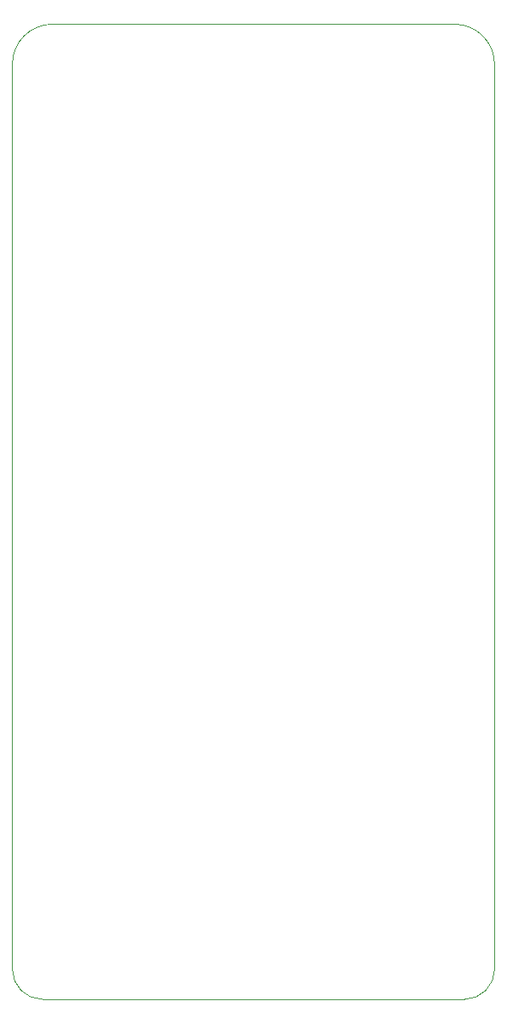
<source format=gbr>
%TF.GenerationSoftware,KiCad,Pcbnew,(5.1.10)-1*%
%TF.CreationDate,2025-05-08T20:30:29+09:00*%
%TF.ProjectId,STF-SCB-v2,5354462d-5343-4422-9d76-322e6b696361,rev?*%
%TF.SameCoordinates,Original*%
%TF.FileFunction,Profile,NP*%
%FSLAX46Y46*%
G04 Gerber Fmt 4.6, Leading zero omitted, Abs format (unit mm)*
G04 Created by KiCad (PCBNEW (5.1.10)-1) date 2025-05-08 20:30:29*
%MOMM*%
%LPD*%
G01*
G04 APERTURE LIST*
%TA.AperFunction,Profile*%
%ADD10C,0.050000*%
%TD*%
G04 APERTURE END LIST*
D10*
X150000000Y-125000000D02*
G75*
G02*
X147000000Y-128000000I-3000000J0D01*
G01*
X105000000Y-128000000D02*
G75*
G02*
X102000000Y-125000000I0J3000000D01*
G01*
X102000000Y-35000000D02*
G75*
G02*
X106000000Y-31000000I4000000J0D01*
G01*
X146000000Y-31000000D02*
G75*
G02*
X150000000Y-35000000I0J-4000000D01*
G01*
X146000000Y-31000000D02*
X106000000Y-31000000D01*
X150000000Y-125000000D02*
X150000000Y-35000000D01*
X105000000Y-128000000D02*
X147000000Y-128000000D01*
X102000000Y-35000000D02*
X102000000Y-125000000D01*
M02*

</source>
